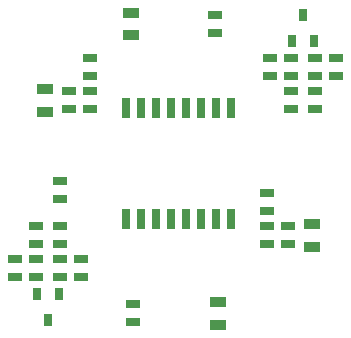
<source format=gbr>
G04 #@! TF.GenerationSoftware,KiCad,Pcbnew,5.1.5+dfsg1-2build2*
G04 #@! TF.CreationDate,2021-01-26T01:31:42+03:00*
G04 #@! TF.ProjectId,usb_ISO,7573625f-4953-44f2-9e6b-696361645f70,rev?*
G04 #@! TF.SameCoordinates,Original*
G04 #@! TF.FileFunction,Paste,Top*
G04 #@! TF.FilePolarity,Positive*
%FSLAX46Y46*%
G04 Gerber Fmt 4.6, Leading zero omitted, Abs format (unit mm)*
G04 Created by KiCad (PCBNEW 5.1.5+dfsg1-2build2) date 2021-01-26 01:31:42*
%MOMM*%
%LPD*%
G04 APERTURE LIST*
%ADD10R,1.143000X0.635000*%
%ADD11R,1.397000X0.889000*%
%ADD12R,0.800100X1.000760*%
%ADD13R,0.635000X1.750000*%
G04 APERTURE END LIST*
D10*
X124206000Y-92964000D03*
X124206000Y-94488000D03*
D11*
X126238000Y-92773500D03*
X126238000Y-94678500D03*
D10*
X122428000Y-90170000D03*
X122428000Y-91694000D03*
X122428000Y-92964000D03*
X122428000Y-94488000D03*
X111076000Y-101075000D03*
X111076000Y-99551000D03*
X104902000Y-89154000D03*
X104902000Y-90678000D03*
X105664000Y-81534000D03*
X105664000Y-83058000D03*
X107442000Y-81534000D03*
X107442000Y-83058000D03*
X118046500Y-75057000D03*
X118046500Y-76581000D03*
D12*
X103886000Y-100921820D03*
X102933500Y-98722180D03*
X104838500Y-98722180D03*
X124523500Y-77299820D03*
X126428500Y-77299820D03*
X125476000Y-75100180D03*
D11*
X118237000Y-99377500D03*
X118237000Y-101282500D03*
X110871000Y-76771500D03*
X110871000Y-74866500D03*
D10*
X106680000Y-95758000D03*
X106680000Y-97282000D03*
X101092000Y-97282000D03*
X101092000Y-95758000D03*
X122682000Y-80264000D03*
X122682000Y-78740000D03*
D13*
X110455000Y-92329000D03*
X111725000Y-92329000D03*
X115535000Y-92329000D03*
X119345000Y-92329000D03*
X112995000Y-92329000D03*
X114265000Y-92329000D03*
X116805000Y-92329000D03*
X118075000Y-92329000D03*
X119345000Y-82931000D03*
X118075000Y-82931000D03*
X116805000Y-82931000D03*
X110455000Y-82931000D03*
X111725000Y-82931000D03*
X112995000Y-82931000D03*
X114265000Y-82931000D03*
X115535000Y-82931000D03*
D11*
X103632000Y-83248500D03*
X103632000Y-81343500D03*
D10*
X107442000Y-78740000D03*
X107442000Y-80264000D03*
X128270000Y-78740000D03*
X128270000Y-80264000D03*
X102870000Y-94488000D03*
X102870000Y-92964000D03*
X104902000Y-92964000D03*
X104902000Y-94488000D03*
X126492000Y-81534000D03*
X126492000Y-83058000D03*
X124460000Y-83058000D03*
X124460000Y-81534000D03*
X102870000Y-97282000D03*
X102870000Y-95758000D03*
X104902000Y-95758000D03*
X104902000Y-97282000D03*
X126492000Y-78740000D03*
X126492000Y-80264000D03*
X124460000Y-80264000D03*
X124460000Y-78740000D03*
M02*

</source>
